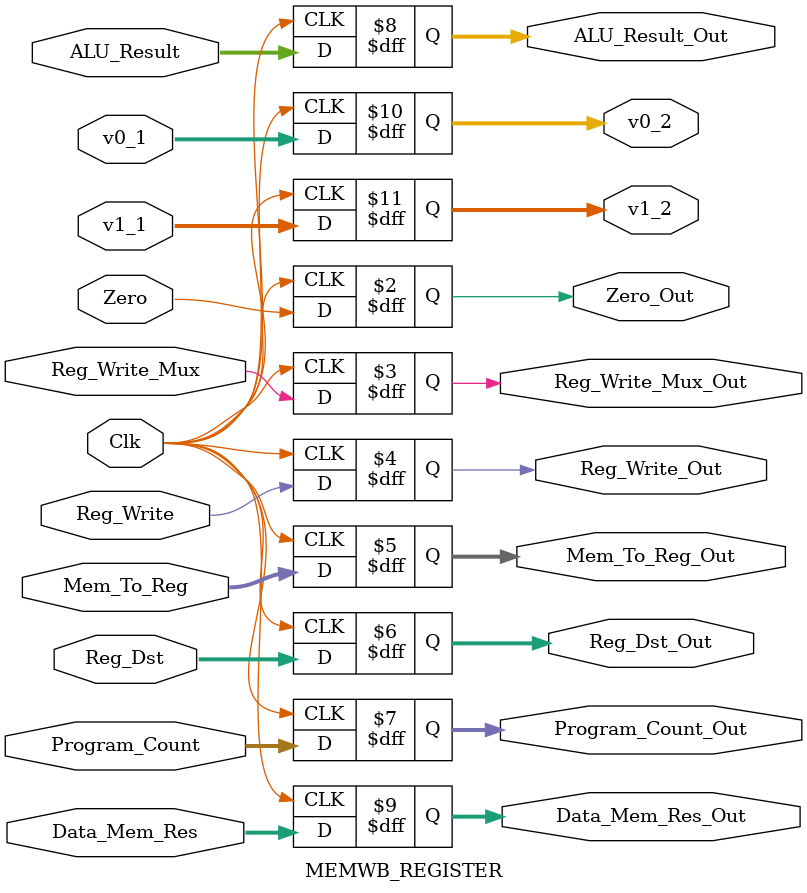
<source format=v>
`timescale 1ns / 1ps

module MEMWB_REGISTER(  input           Clk,
                        input           Zero,
                        input           Reg_Write_Mux,
                        input           Reg_Write,
                        input [1:0]     Mem_To_Reg,
                        input [4:0]     Reg_Dst,
                        input [31:0]    Program_Count,
                        input [31:0]    ALU_Result,
                        input [31:0]    Data_Mem_Res,
                        output reg          Zero_Out,
                        output reg          Reg_Write_Mux_Out,
                        output reg          Reg_Write_Out,
                        output reg [1:0]    Mem_To_Reg_Out,
                        output reg [4:0]    Reg_Dst_Out,
                        output reg [31:0]   Program_Count_Out,
                        output reg [31:0]   ALU_Result_Out,
                        output reg [31:0]   Data_Mem_Res_Out,
                        input [31:0] v0_1,
                        input [31:0] v1_1,
                        output reg [31:0] v0_2,
                        output reg [31:0] v1_2
                        );

    always @(posedge Clk)begin
        Zero_Out            <= Zero;
        Reg_Write_Mux_Out   <= Reg_Write_Mux;
        Reg_Write_Out       <= Reg_Write;
        Mem_To_Reg_Out      <= Mem_To_Reg;
        Reg_Dst_Out         <= Reg_Dst;
        Program_Count_Out   <= Program_Count;
        ALU_Result_Out      <= ALU_Result;
        Data_Mem_Res_Out    <= Data_Mem_Res;
         v0_2                   <= v0_1;
         v1_2                   <= v1_1;

    end
endmodule

</source>
